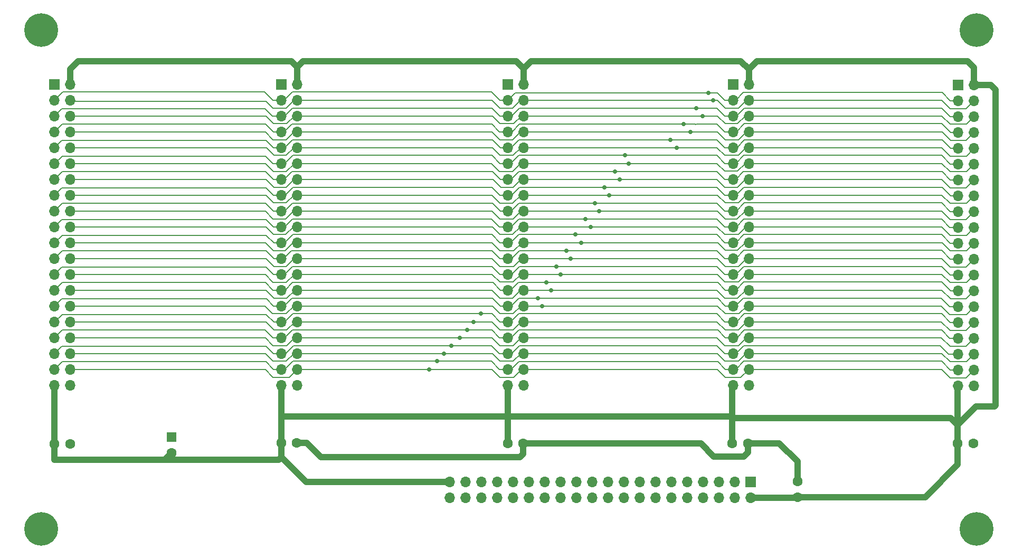
<source format=gbr>
%TF.GenerationSoftware,KiCad,Pcbnew,8.0.6*%
%TF.CreationDate,2024-12-15T12:43:40+01:00*%
%TF.ProjectId,busboard,62757362-6f61-4726-942e-6b696361645f,1.0*%
%TF.SameCoordinates,Original*%
%TF.FileFunction,Copper,L2,Bot*%
%TF.FilePolarity,Positive*%
%FSLAX46Y46*%
G04 Gerber Fmt 4.6, Leading zero omitted, Abs format (unit mm)*
G04 Created by KiCad (PCBNEW 8.0.6) date 2024-12-15 12:43:40*
%MOMM*%
%LPD*%
G01*
G04 APERTURE LIST*
%TA.AperFunction,ComponentPad*%
%ADD10C,3.100000*%
%TD*%
%TA.AperFunction,ConnectorPad*%
%ADD11C,5.400000*%
%TD*%
%TA.AperFunction,ComponentPad*%
%ADD12R,1.700000X1.700000*%
%TD*%
%TA.AperFunction,ComponentPad*%
%ADD13O,1.700000X1.700000*%
%TD*%
%TA.AperFunction,ComponentPad*%
%ADD14C,1.600000*%
%TD*%
%TA.AperFunction,ComponentPad*%
%ADD15R,1.600000X1.600000*%
%TD*%
%TA.AperFunction,ViaPad*%
%ADD16C,0.700000*%
%TD*%
%TA.AperFunction,Conductor*%
%ADD17C,1.000000*%
%TD*%
%TA.AperFunction,Conductor*%
%ADD18C,0.200000*%
%TD*%
G04 APERTURE END LIST*
D10*
%TO.P,hole1,1*%
%TO.N,N/C*%
X236800000Y-38000000D03*
D11*
X236800000Y-38000000D03*
%TD*%
D12*
%TO.P,J3,1,Pin_1*%
%TO.N,VDD*%
X161660000Y-46700000D03*
D13*
%TO.P,J3,2,Pin_2*%
%TO.N,GND*%
X164200000Y-46700000D03*
%TO.P,J3,3,Pin_3*%
%TO.N,/D0*%
X161660000Y-49240000D03*
%TO.P,J3,4,Pin_4*%
%TO.N,/D1*%
X164200000Y-49240000D03*
%TO.P,J3,5,Pin_5*%
%TO.N,/D2*%
X161660000Y-51780000D03*
%TO.P,J3,6,Pin_6*%
%TO.N,/D3*%
X164200000Y-51780000D03*
%TO.P,J3,7,Pin_7*%
%TO.N,/D4*%
X161660000Y-54320000D03*
%TO.P,J3,8,Pin_8*%
%TO.N,/D5*%
X164200000Y-54320000D03*
%TO.P,J3,9,Pin_9*%
%TO.N,/D6*%
X161660000Y-56860000D03*
%TO.P,J3,10,Pin_10*%
%TO.N,/D7*%
X164200000Y-56860000D03*
%TO.P,J3,11,Pin_11*%
%TO.N,/A0*%
X161660000Y-59400000D03*
%TO.P,J3,12,Pin_12*%
%TO.N,/A1*%
X164200000Y-59400000D03*
%TO.P,J3,13,Pin_13*%
%TO.N,/A2*%
X161660000Y-61940000D03*
%TO.P,J3,14,Pin_14*%
%TO.N,/A3*%
X164200000Y-61940000D03*
%TO.P,J3,15,Pin_15*%
%TO.N,/A4*%
X161660000Y-64480000D03*
%TO.P,J3,16,Pin_16*%
%TO.N,/A5*%
X164200000Y-64480000D03*
%TO.P,J3,17,Pin_17*%
%TO.N,/A6*%
X161660000Y-67020000D03*
%TO.P,J3,18,Pin_18*%
%TO.N,/A7*%
X164200000Y-67020000D03*
%TO.P,J3,19,Pin_19*%
%TO.N,/A8*%
X161660000Y-69560000D03*
%TO.P,J3,20,Pin_20*%
%TO.N,/A9*%
X164200000Y-69560000D03*
%TO.P,J3,21,Pin_21*%
%TO.N,/A10*%
X161660000Y-72100000D03*
%TO.P,J3,22,Pin_22*%
%TO.N,/A11*%
X164200000Y-72100000D03*
%TO.P,J3,23,Pin_23*%
%TO.N,/A12*%
X161660000Y-74640000D03*
%TO.P,J3,24,Pin_24*%
%TO.N,/A13*%
X164200000Y-74640000D03*
%TO.P,J3,25,Pin_25*%
%TO.N,/A14*%
X161660000Y-77180000D03*
%TO.P,J3,26,Pin_26*%
%TO.N,/A15*%
X164200000Y-77180000D03*
%TO.P,J3,27,Pin_27*%
%TO.N,CSIO1*%
X161660000Y-79720000D03*
%TO.P,J3,28,Pin_28*%
%TO.N,CSIO2*%
X164200000Y-79720000D03*
%TO.P,J3,29,Pin_29*%
%TO.N,CSIO3*%
X161660000Y-82260000D03*
%TO.P,J3,30,Pin_30*%
%TO.N,CSIO4*%
X164200000Y-82260000D03*
%TO.P,J3,31,Pin_31*%
%TO.N,~{IRQ}*%
X161660000Y-84800000D03*
%TO.P,J3,32,Pin_32*%
%TO.N,~{NMI}*%
X164200000Y-84800000D03*
%TO.P,J3,33,Pin_33*%
%TO.N,RESB*%
X161660000Y-87340000D03*
%TO.P,J3,34,Pin_34*%
%TO.N,RDY*%
X164200000Y-87340000D03*
%TO.P,J3,35,Pin_35*%
%TO.N,SYNC*%
X161660000Y-89880000D03*
%TO.P,J3,36,Pin_36*%
%TO.N,BE*%
X164200000Y-89880000D03*
%TO.P,J3,37,Pin_37*%
%TO.N,CSIO5*%
X161660000Y-92420000D03*
%TO.P,J3,38,Pin_38*%
%TO.N,CLK*%
X164200000Y-92420000D03*
%TO.P,J3,39,Pin_39*%
%TO.N,GND*%
X161660000Y-94960000D03*
%TO.P,J3,40,Pin_40*%
%TO.N,VDD*%
X164200000Y-94960000D03*
%TD*%
D12*
%TO.P,J1,1,Pin_1*%
%TO.N,VDD*%
X88900000Y-46760000D03*
D13*
%TO.P,J1,2,Pin_2*%
%TO.N,GND*%
X91440000Y-46760000D03*
%TO.P,J1,3,Pin_3*%
%TO.N,/D0*%
X88900000Y-49300000D03*
%TO.P,J1,4,Pin_4*%
%TO.N,/D1*%
X91440000Y-49300000D03*
%TO.P,J1,5,Pin_5*%
%TO.N,/D2*%
X88900000Y-51840000D03*
%TO.P,J1,6,Pin_6*%
%TO.N,/D3*%
X91440000Y-51840000D03*
%TO.P,J1,7,Pin_7*%
%TO.N,/D4*%
X88900000Y-54380000D03*
%TO.P,J1,8,Pin_8*%
%TO.N,/D5*%
X91440000Y-54380000D03*
%TO.P,J1,9,Pin_9*%
%TO.N,/D6*%
X88900000Y-56920000D03*
%TO.P,J1,10,Pin_10*%
%TO.N,/D7*%
X91440000Y-56920000D03*
%TO.P,J1,11,Pin_11*%
%TO.N,/A0*%
X88900000Y-59460000D03*
%TO.P,J1,12,Pin_12*%
%TO.N,/A1*%
X91440000Y-59460000D03*
%TO.P,J1,13,Pin_13*%
%TO.N,/A2*%
X88900000Y-62000000D03*
%TO.P,J1,14,Pin_14*%
%TO.N,/A3*%
X91440000Y-62000000D03*
%TO.P,J1,15,Pin_15*%
%TO.N,/A4*%
X88900000Y-64540000D03*
%TO.P,J1,16,Pin_16*%
%TO.N,/A5*%
X91440000Y-64540000D03*
%TO.P,J1,17,Pin_17*%
%TO.N,/A6*%
X88900000Y-67080000D03*
%TO.P,J1,18,Pin_18*%
%TO.N,/A7*%
X91440000Y-67080000D03*
%TO.P,J1,19,Pin_19*%
%TO.N,/A8*%
X88900000Y-69620000D03*
%TO.P,J1,20,Pin_20*%
%TO.N,/A9*%
X91440000Y-69620000D03*
%TO.P,J1,21,Pin_21*%
%TO.N,/A10*%
X88900000Y-72160000D03*
%TO.P,J1,22,Pin_22*%
%TO.N,/A11*%
X91440000Y-72160000D03*
%TO.P,J1,23,Pin_23*%
%TO.N,/A12*%
X88900000Y-74700000D03*
%TO.P,J1,24,Pin_24*%
%TO.N,/A13*%
X91440000Y-74700000D03*
%TO.P,J1,25,Pin_25*%
%TO.N,/A14*%
X88900000Y-77240000D03*
%TO.P,J1,26,Pin_26*%
%TO.N,/A15*%
X91440000Y-77240000D03*
%TO.P,J1,27,Pin_27*%
%TO.N,CSIO1*%
X88900000Y-79780000D03*
%TO.P,J1,28,Pin_28*%
%TO.N,CSIO2*%
X91440000Y-79780000D03*
%TO.P,J1,29,Pin_29*%
%TO.N,CSIO3*%
X88900000Y-82320000D03*
%TO.P,J1,30,Pin_30*%
%TO.N,CSIO4*%
X91440000Y-82320000D03*
%TO.P,J1,31,Pin_31*%
%TO.N,~{IRQ}*%
X88900000Y-84860000D03*
%TO.P,J1,32,Pin_32*%
%TO.N,~{NMI}*%
X91440000Y-84860000D03*
%TO.P,J1,33,Pin_33*%
%TO.N,RESB*%
X88900000Y-87400000D03*
%TO.P,J1,34,Pin_34*%
%TO.N,RDY*%
X91440000Y-87400000D03*
%TO.P,J1,35,Pin_35*%
%TO.N,SYNC*%
X88900000Y-89940000D03*
%TO.P,J1,36,Pin_36*%
%TO.N,BE*%
X91440000Y-89940000D03*
%TO.P,J1,37,Pin_37*%
%TO.N,CSIO5*%
X88900000Y-92480000D03*
%TO.P,J1,38,Pin_38*%
%TO.N,CLK*%
X91440000Y-92480000D03*
%TO.P,J1,39,Pin_39*%
%TO.N,GND*%
X88900000Y-95020000D03*
%TO.P,J1,40,Pin_40*%
%TO.N,VDD*%
X91440000Y-95020000D03*
%TD*%
D10*
%TO.P,hole1,1*%
%TO.N,N/C*%
X86800000Y-118000000D03*
D11*
X86800000Y-118000000D03*
%TD*%
D12*
%TO.P,J6,1,Pin_1*%
%TO.N,VDD*%
X200560000Y-110460000D03*
D13*
%TO.P,J6,2,Pin_2*%
%TO.N,GND*%
X200560000Y-113000000D03*
%TO.P,J6,3,Pin_3*%
%TO.N,/D0*%
X198020000Y-110460000D03*
%TO.P,J6,4,Pin_4*%
%TO.N,/D1*%
X198020000Y-113000000D03*
%TO.P,J6,5,Pin_5*%
%TO.N,/D2*%
X195480000Y-110460000D03*
%TO.P,J6,6,Pin_6*%
%TO.N,/D3*%
X195480000Y-113000000D03*
%TO.P,J6,7,Pin_7*%
%TO.N,/D4*%
X192940000Y-110460000D03*
%TO.P,J6,8,Pin_8*%
%TO.N,/D5*%
X192940000Y-113000000D03*
%TO.P,J6,9,Pin_9*%
%TO.N,/D6*%
X190400000Y-110460000D03*
%TO.P,J6,10,Pin_10*%
%TO.N,/D7*%
X190400000Y-113000000D03*
%TO.P,J6,11,Pin_11*%
%TO.N,/A0*%
X187860000Y-110460000D03*
%TO.P,J6,12,Pin_12*%
%TO.N,/A1*%
X187860000Y-113000000D03*
%TO.P,J6,13,Pin_13*%
%TO.N,/A2*%
X185320000Y-110460000D03*
%TO.P,J6,14,Pin_14*%
%TO.N,/A3*%
X185320000Y-113000000D03*
%TO.P,J6,15,Pin_15*%
%TO.N,/A4*%
X182780000Y-110460000D03*
%TO.P,J6,16,Pin_16*%
%TO.N,/A5*%
X182780000Y-113000000D03*
%TO.P,J6,17,Pin_17*%
%TO.N,/A6*%
X180240000Y-110460000D03*
%TO.P,J6,18,Pin_18*%
%TO.N,/A7*%
X180240000Y-113000000D03*
%TO.P,J6,19,Pin_19*%
%TO.N,/A8*%
X177700000Y-110460000D03*
%TO.P,J6,20,Pin_20*%
%TO.N,/A9*%
X177700000Y-113000000D03*
%TO.P,J6,21,Pin_21*%
%TO.N,/A10*%
X175160000Y-110460000D03*
%TO.P,J6,22,Pin_22*%
%TO.N,/A11*%
X175160000Y-113000000D03*
%TO.P,J6,23,Pin_23*%
%TO.N,/A12*%
X172620000Y-110460000D03*
%TO.P,J6,24,Pin_24*%
%TO.N,/A13*%
X172620000Y-113000000D03*
%TO.P,J6,25,Pin_25*%
%TO.N,/A14*%
X170080000Y-110460000D03*
%TO.P,J6,26,Pin_26*%
%TO.N,/A15*%
X170080000Y-113000000D03*
%TO.P,J6,27,Pin_27*%
%TO.N,CSIO1*%
X167540000Y-110460000D03*
%TO.P,J6,28,Pin_28*%
%TO.N,CSIO2*%
X167540000Y-113000000D03*
%TO.P,J6,29,Pin_29*%
%TO.N,CSIO3*%
X165000000Y-110460000D03*
%TO.P,J6,30,Pin_30*%
%TO.N,CSIO4*%
X165000000Y-113000000D03*
%TO.P,J6,31,Pin_31*%
%TO.N,~{IRQ}*%
X162460000Y-110460000D03*
%TO.P,J6,32,Pin_32*%
%TO.N,~{NMI}*%
X162460000Y-113000000D03*
%TO.P,J6,33,Pin_33*%
%TO.N,RESB*%
X159920000Y-110460000D03*
%TO.P,J6,34,Pin_34*%
%TO.N,RDY*%
X159920000Y-113000000D03*
%TO.P,J6,35,Pin_35*%
%TO.N,SYNC*%
X157380000Y-110460000D03*
%TO.P,J6,36,Pin_36*%
%TO.N,BE*%
X157380000Y-113000000D03*
%TO.P,J6,37,Pin_37*%
%TO.N,CSIO5*%
X154840000Y-110460000D03*
%TO.P,J6,38,Pin_38*%
%TO.N,CLK*%
X154840000Y-113000000D03*
%TO.P,J6,39,Pin_39*%
%TO.N,GND*%
X152300000Y-110460000D03*
%TO.P,J6,40,Pin_40*%
%TO.N,VDD*%
X152300000Y-113000000D03*
%TD*%
D10*
%TO.P,hole1,1*%
%TO.N,N/C*%
X86800000Y-38000000D03*
D11*
X86800000Y-38000000D03*
%TD*%
D14*
%TO.P,C6,1*%
%TO.N,VDD*%
X208100000Y-110400000D03*
%TO.P,C6,2*%
%TO.N,GND*%
X208100000Y-112900000D03*
%TD*%
%TO.P,C2,1*%
%TO.N,VDD*%
X91450000Y-104360000D03*
%TO.P,C2,2*%
%TO.N,GND*%
X88950000Y-104360000D03*
%TD*%
D12*
%TO.P,J5,1,Pin_1*%
%TO.N,VDD*%
X233900000Y-46780000D03*
D13*
%TO.P,J5,2,Pin_2*%
%TO.N,GND*%
X236440000Y-46780000D03*
%TO.P,J5,3,Pin_3*%
%TO.N,/D0*%
X233900000Y-49320000D03*
%TO.P,J5,4,Pin_4*%
%TO.N,/D1*%
X236440000Y-49320000D03*
%TO.P,J5,5,Pin_5*%
%TO.N,/D2*%
X233900000Y-51860000D03*
%TO.P,J5,6,Pin_6*%
%TO.N,/D3*%
X236440000Y-51860000D03*
%TO.P,J5,7,Pin_7*%
%TO.N,/D4*%
X233900000Y-54400000D03*
%TO.P,J5,8,Pin_8*%
%TO.N,/D5*%
X236440000Y-54400000D03*
%TO.P,J5,9,Pin_9*%
%TO.N,/D6*%
X233900000Y-56940000D03*
%TO.P,J5,10,Pin_10*%
%TO.N,/D7*%
X236440000Y-56940000D03*
%TO.P,J5,11,Pin_11*%
%TO.N,/A0*%
X233900000Y-59480000D03*
%TO.P,J5,12,Pin_12*%
%TO.N,/A1*%
X236440000Y-59480000D03*
%TO.P,J5,13,Pin_13*%
%TO.N,/A2*%
X233900000Y-62020000D03*
%TO.P,J5,14,Pin_14*%
%TO.N,/A3*%
X236440000Y-62020000D03*
%TO.P,J5,15,Pin_15*%
%TO.N,/A4*%
X233900000Y-64560000D03*
%TO.P,J5,16,Pin_16*%
%TO.N,/A5*%
X236440000Y-64560000D03*
%TO.P,J5,17,Pin_17*%
%TO.N,/A6*%
X233900000Y-67100000D03*
%TO.P,J5,18,Pin_18*%
%TO.N,/A7*%
X236440000Y-67100000D03*
%TO.P,J5,19,Pin_19*%
%TO.N,/A8*%
X233900000Y-69640000D03*
%TO.P,J5,20,Pin_20*%
%TO.N,/A9*%
X236440000Y-69640000D03*
%TO.P,J5,21,Pin_21*%
%TO.N,/A10*%
X233900000Y-72180000D03*
%TO.P,J5,22,Pin_22*%
%TO.N,/A11*%
X236440000Y-72180000D03*
%TO.P,J5,23,Pin_23*%
%TO.N,/A12*%
X233900000Y-74720000D03*
%TO.P,J5,24,Pin_24*%
%TO.N,/A13*%
X236440000Y-74720000D03*
%TO.P,J5,25,Pin_25*%
%TO.N,/A14*%
X233900000Y-77260000D03*
%TO.P,J5,26,Pin_26*%
%TO.N,/A15*%
X236440000Y-77260000D03*
%TO.P,J5,27,Pin_27*%
%TO.N,CSIO1*%
X233900000Y-79800000D03*
%TO.P,J5,28,Pin_28*%
%TO.N,CSIO2*%
X236440000Y-79800000D03*
%TO.P,J5,29,Pin_29*%
%TO.N,CSIO3*%
X233900000Y-82340000D03*
%TO.P,J5,30,Pin_30*%
%TO.N,CSIO4*%
X236440000Y-82340000D03*
%TO.P,J5,31,Pin_31*%
%TO.N,~{IRQ}*%
X233900000Y-84880000D03*
%TO.P,J5,32,Pin_32*%
%TO.N,~{NMI}*%
X236440000Y-84880000D03*
%TO.P,J5,33,Pin_33*%
%TO.N,RESB*%
X233900000Y-87420000D03*
%TO.P,J5,34,Pin_34*%
%TO.N,RDY*%
X236440000Y-87420000D03*
%TO.P,J5,35,Pin_35*%
%TO.N,SYNC*%
X233900000Y-89960000D03*
%TO.P,J5,36,Pin_36*%
%TO.N,BE*%
X236440000Y-89960000D03*
%TO.P,J5,37,Pin_37*%
%TO.N,CSIO5*%
X233900000Y-92500000D03*
%TO.P,J5,38,Pin_38*%
%TO.N,CLK*%
X236440000Y-92500000D03*
%TO.P,J5,39,Pin_39*%
%TO.N,GND*%
X233900000Y-95040000D03*
%TO.P,J5,40,Pin_40*%
%TO.N,VDD*%
X236440000Y-95040000D03*
%TD*%
D10*
%TO.P,hole1,1*%
%TO.N,N/C*%
X236800000Y-118000000D03*
D11*
X236800000Y-118000000D03*
%TD*%
D14*
%TO.P,C5,1*%
%TO.N,VDD*%
X200150000Y-104300000D03*
%TO.P,C5,2*%
%TO.N,GND*%
X197650000Y-104300000D03*
%TD*%
%TO.P,C7,1*%
%TO.N,VDD*%
X236300000Y-104300000D03*
%TO.P,C7,2*%
%TO.N,GND*%
X233800000Y-104300000D03*
%TD*%
D12*
%TO.P,J4,1,Pin_1*%
%TO.N,VDD*%
X197760000Y-46680000D03*
D13*
%TO.P,J4,2,Pin_2*%
%TO.N,GND*%
X200300000Y-46680000D03*
%TO.P,J4,3,Pin_3*%
%TO.N,/D0*%
X197760000Y-49220000D03*
%TO.P,J4,4,Pin_4*%
%TO.N,/D1*%
X200300000Y-49220000D03*
%TO.P,J4,5,Pin_5*%
%TO.N,/D2*%
X197760000Y-51760000D03*
%TO.P,J4,6,Pin_6*%
%TO.N,/D3*%
X200300000Y-51760000D03*
%TO.P,J4,7,Pin_7*%
%TO.N,/D4*%
X197760000Y-54300000D03*
%TO.P,J4,8,Pin_8*%
%TO.N,/D5*%
X200300000Y-54300000D03*
%TO.P,J4,9,Pin_9*%
%TO.N,/D6*%
X197760000Y-56840000D03*
%TO.P,J4,10,Pin_10*%
%TO.N,/D7*%
X200300000Y-56840000D03*
%TO.P,J4,11,Pin_11*%
%TO.N,/A0*%
X197760000Y-59380000D03*
%TO.P,J4,12,Pin_12*%
%TO.N,/A1*%
X200300000Y-59380000D03*
%TO.P,J4,13,Pin_13*%
%TO.N,/A2*%
X197760000Y-61920000D03*
%TO.P,J4,14,Pin_14*%
%TO.N,/A3*%
X200300000Y-61920000D03*
%TO.P,J4,15,Pin_15*%
%TO.N,/A4*%
X197760000Y-64460000D03*
%TO.P,J4,16,Pin_16*%
%TO.N,/A5*%
X200300000Y-64460000D03*
%TO.P,J4,17,Pin_17*%
%TO.N,/A6*%
X197760000Y-67000000D03*
%TO.P,J4,18,Pin_18*%
%TO.N,/A7*%
X200300000Y-67000000D03*
%TO.P,J4,19,Pin_19*%
%TO.N,/A8*%
X197760000Y-69540000D03*
%TO.P,J4,20,Pin_20*%
%TO.N,/A9*%
X200300000Y-69540000D03*
%TO.P,J4,21,Pin_21*%
%TO.N,/A10*%
X197760000Y-72080000D03*
%TO.P,J4,22,Pin_22*%
%TO.N,/A11*%
X200300000Y-72080000D03*
%TO.P,J4,23,Pin_23*%
%TO.N,/A12*%
X197760000Y-74620000D03*
%TO.P,J4,24,Pin_24*%
%TO.N,/A13*%
X200300000Y-74620000D03*
%TO.P,J4,25,Pin_25*%
%TO.N,/A14*%
X197760000Y-77160000D03*
%TO.P,J4,26,Pin_26*%
%TO.N,/A15*%
X200300000Y-77160000D03*
%TO.P,J4,27,Pin_27*%
%TO.N,CSIO1*%
X197760000Y-79700000D03*
%TO.P,J4,28,Pin_28*%
%TO.N,CSIO2*%
X200300000Y-79700000D03*
%TO.P,J4,29,Pin_29*%
%TO.N,CSIO3*%
X197760000Y-82240000D03*
%TO.P,J4,30,Pin_30*%
%TO.N,CSIO4*%
X200300000Y-82240000D03*
%TO.P,J4,31,Pin_31*%
%TO.N,~{IRQ}*%
X197760000Y-84780000D03*
%TO.P,J4,32,Pin_32*%
%TO.N,~{NMI}*%
X200300000Y-84780000D03*
%TO.P,J4,33,Pin_33*%
%TO.N,RESB*%
X197760000Y-87320000D03*
%TO.P,J4,34,Pin_34*%
%TO.N,RDY*%
X200300000Y-87320000D03*
%TO.P,J4,35,Pin_35*%
%TO.N,SYNC*%
X197760000Y-89860000D03*
%TO.P,J4,36,Pin_36*%
%TO.N,BE*%
X200300000Y-89860000D03*
%TO.P,J4,37,Pin_37*%
%TO.N,CSIO5*%
X197760000Y-92400000D03*
%TO.P,J4,38,Pin_38*%
%TO.N,CLK*%
X200300000Y-92400000D03*
%TO.P,J4,39,Pin_39*%
%TO.N,GND*%
X197760000Y-94940000D03*
%TO.P,J4,40,Pin_40*%
%TO.N,VDD*%
X200300000Y-94940000D03*
%TD*%
D14*
%TO.P,C3,1*%
%TO.N,VDD*%
X127800000Y-104200000D03*
%TO.P,C3,2*%
%TO.N,GND*%
X125300000Y-104200000D03*
%TD*%
D12*
%TO.P,J2,1,Pin_1*%
%TO.N,VDD*%
X125300000Y-46700000D03*
D13*
%TO.P,J2,2,Pin_2*%
%TO.N,GND*%
X127840000Y-46700000D03*
%TO.P,J2,3,Pin_3*%
%TO.N,/D0*%
X125300000Y-49240000D03*
%TO.P,J2,4,Pin_4*%
%TO.N,/D1*%
X127840000Y-49240000D03*
%TO.P,J2,5,Pin_5*%
%TO.N,/D2*%
X125300000Y-51780000D03*
%TO.P,J2,6,Pin_6*%
%TO.N,/D3*%
X127840000Y-51780000D03*
%TO.P,J2,7,Pin_7*%
%TO.N,/D4*%
X125300000Y-54320000D03*
%TO.P,J2,8,Pin_8*%
%TO.N,/D5*%
X127840000Y-54320000D03*
%TO.P,J2,9,Pin_9*%
%TO.N,/D6*%
X125300000Y-56860000D03*
%TO.P,J2,10,Pin_10*%
%TO.N,/D7*%
X127840000Y-56860000D03*
%TO.P,J2,11,Pin_11*%
%TO.N,/A0*%
X125300000Y-59400000D03*
%TO.P,J2,12,Pin_12*%
%TO.N,/A1*%
X127840000Y-59400000D03*
%TO.P,J2,13,Pin_13*%
%TO.N,/A2*%
X125300000Y-61940000D03*
%TO.P,J2,14,Pin_14*%
%TO.N,/A3*%
X127840000Y-61940000D03*
%TO.P,J2,15,Pin_15*%
%TO.N,/A4*%
X125300000Y-64480000D03*
%TO.P,J2,16,Pin_16*%
%TO.N,/A5*%
X127840000Y-64480000D03*
%TO.P,J2,17,Pin_17*%
%TO.N,/A6*%
X125300000Y-67020000D03*
%TO.P,J2,18,Pin_18*%
%TO.N,/A7*%
X127840000Y-67020000D03*
%TO.P,J2,19,Pin_19*%
%TO.N,/A8*%
X125300000Y-69560000D03*
%TO.P,J2,20,Pin_20*%
%TO.N,/A9*%
X127840000Y-69560000D03*
%TO.P,J2,21,Pin_21*%
%TO.N,/A10*%
X125300000Y-72100000D03*
%TO.P,J2,22,Pin_22*%
%TO.N,/A11*%
X127840000Y-72100000D03*
%TO.P,J2,23,Pin_23*%
%TO.N,/A12*%
X125300000Y-74640000D03*
%TO.P,J2,24,Pin_24*%
%TO.N,/A13*%
X127840000Y-74640000D03*
%TO.P,J2,25,Pin_25*%
%TO.N,/A14*%
X125300000Y-77180000D03*
%TO.P,J2,26,Pin_26*%
%TO.N,/A15*%
X127840000Y-77180000D03*
%TO.P,J2,27,Pin_27*%
%TO.N,CSIO1*%
X125300000Y-79720000D03*
%TO.P,J2,28,Pin_28*%
%TO.N,CSIO2*%
X127840000Y-79720000D03*
%TO.P,J2,29,Pin_29*%
%TO.N,CSIO3*%
X125300000Y-82260000D03*
%TO.P,J2,30,Pin_30*%
%TO.N,CSIO4*%
X127840000Y-82260000D03*
%TO.P,J2,31,Pin_31*%
%TO.N,~{IRQ}*%
X125300000Y-84800000D03*
%TO.P,J2,32,Pin_32*%
%TO.N,~{NMI}*%
X127840000Y-84800000D03*
%TO.P,J2,33,Pin_33*%
%TO.N,RESB*%
X125300000Y-87340000D03*
%TO.P,J2,34,Pin_34*%
%TO.N,RDY*%
X127840000Y-87340000D03*
%TO.P,J2,35,Pin_35*%
%TO.N,SYNC*%
X125300000Y-89880000D03*
%TO.P,J2,36,Pin_36*%
%TO.N,BE*%
X127840000Y-89880000D03*
%TO.P,J2,37,Pin_37*%
%TO.N,CSIO5*%
X125300000Y-92420000D03*
%TO.P,J2,38,Pin_38*%
%TO.N,CLK*%
X127840000Y-92420000D03*
%TO.P,J2,39,Pin_39*%
%TO.N,GND*%
X125300000Y-94960000D03*
%TO.P,J2,40,Pin_40*%
%TO.N,VDD*%
X127840000Y-94960000D03*
%TD*%
D15*
%TO.P,C1,1*%
%TO.N,VDD*%
X107700000Y-103300000D03*
D14*
%TO.P,C1,2*%
%TO.N,GND*%
X107700000Y-105800000D03*
%TD*%
%TO.P,C4,1*%
%TO.N,VDD*%
X164100000Y-104300000D03*
%TO.P,C4,2*%
%TO.N,GND*%
X161600000Y-104300000D03*
%TD*%
D16*
%TO.N,/A5*%
X177900000Y-64480000D03*
%TO.N,~{IRQ}*%
X157300000Y-83500000D03*
%TO.N,/A9*%
X174900000Y-69560000D03*
%TO.N,~{NMI}*%
X156100000Y-84800000D03*
%TO.N,CSIO4*%
X167150000Y-82260000D03*
%TO.N,/D4*%
X189800000Y-53100000D03*
%TO.N,/A7*%
X176300000Y-67020000D03*
%TO.N,/A4*%
X177100000Y-63200000D03*
%TO.N,/D5*%
X190900000Y-54320000D03*
%TO.N,/D6*%
X187700000Y-55600000D03*
%TO.N,/D3*%
X192900000Y-51780000D03*
%TO.N,/A3*%
X179600000Y-61940000D03*
%TO.N,RESB*%
X155100000Y-86100000D03*
%TO.N,/A11*%
X173400000Y-72100000D03*
%TO.N,/D1*%
X194600000Y-49240000D03*
%TO.N,/A12*%
X171000000Y-73400000D03*
%TO.N,/A2*%
X178800000Y-60700000D03*
%TO.N,/D0*%
X193800000Y-48090000D03*
%TO.N,RDY*%
X153900000Y-87340000D03*
%TO.N,/A8*%
X174100000Y-68300000D03*
%TO.N,/A10*%
X172500000Y-70800000D03*
%TO.N,/A1*%
X181050000Y-59400000D03*
%TO.N,/A13*%
X171700000Y-74640000D03*
%TO.N,/A15*%
X170100000Y-77180000D03*
%TO.N,CSIO2*%
X168600000Y-79720000D03*
%TO.N,BE*%
X151400000Y-89880000D03*
%TO.N,/A14*%
X169400000Y-75900000D03*
%TO.N,SYNC*%
X152600000Y-88600000D03*
%TO.N,CLK*%
X149000000Y-92420000D03*
%TO.N,CSIO1*%
X167800000Y-78500000D03*
%TO.N,/A6*%
X175600000Y-65800000D03*
%TO.N,CSIO5*%
X150300000Y-91100000D03*
%TO.N,/D2*%
X191900000Y-50500000D03*
%TO.N,/A0*%
X180400000Y-58100000D03*
%TO.N,/D7*%
X188700000Y-56860000D03*
%TO.N,CSIO3*%
X166500000Y-81000000D03*
%TD*%
D17*
%TO.N,VDD*%
X164100000Y-104300000D02*
X164100000Y-106000000D01*
X164100000Y-104300000D02*
X192600000Y-104300000D01*
X200150000Y-104300000D02*
X205200000Y-104300000D01*
X129400000Y-104200000D02*
X127800000Y-104200000D01*
X192600000Y-104300000D02*
X194700000Y-106400000D01*
X131700000Y-106500000D02*
X129400000Y-104200000D01*
X208100000Y-107200000D02*
X208100000Y-110400000D01*
X199500000Y-106400000D02*
X200150000Y-105750000D01*
X205200000Y-104300000D02*
X208100000Y-107200000D01*
X194700000Y-106400000D02*
X199500000Y-106400000D01*
X164100000Y-106000000D02*
X163600000Y-106500000D01*
X163600000Y-106500000D02*
X131700000Y-106500000D01*
X200150000Y-105750000D02*
X200150000Y-104300000D01*
%TO.N,GND*%
X128800000Y-43000000D02*
X163000000Y-43000000D01*
X197450000Y-100000000D02*
X197650000Y-100200000D01*
X200300000Y-44300000D02*
X200300000Y-46680000D01*
X200560000Y-113000000D02*
X208000000Y-113000000D01*
X127860000Y-43940000D02*
X128800000Y-43000000D01*
X161600000Y-95020000D02*
X161660000Y-94960000D01*
X88950000Y-95070000D02*
X88900000Y-95020000D01*
X197650000Y-100200000D02*
X232700000Y-100200000D01*
X235400000Y-43000000D02*
X236440000Y-44040000D01*
X197750000Y-94950000D02*
X197760000Y-94940000D01*
X106600000Y-106900000D02*
X107700000Y-105800000D01*
X124900000Y-106900000D02*
X125300000Y-106500000D01*
X197650000Y-100200000D02*
X197650000Y-95050000D01*
X197650000Y-104300000D02*
X197650000Y-100200000D01*
X165400000Y-43000000D02*
X199000000Y-43000000D01*
X91440000Y-46760000D02*
X91440000Y-44260000D01*
X239080000Y-46780000D02*
X239900000Y-47600000D01*
X88950000Y-104360000D02*
X88950000Y-95070000D01*
X161600000Y-100000000D02*
X125600000Y-100000000D01*
X164200000Y-44200000D02*
X164200000Y-46700000D01*
X92700000Y-43000000D02*
X126900000Y-43000000D01*
X208000000Y-113000000D02*
X208100000Y-112900000D01*
X152300000Y-110460000D02*
X129260000Y-110460000D01*
X228600000Y-112900000D02*
X208100000Y-112900000D01*
X233800000Y-107700000D02*
X228600000Y-112900000D01*
X88950000Y-106850000D02*
X88900000Y-106900000D01*
X164200000Y-44200000D02*
X165400000Y-43000000D01*
X233800000Y-95140000D02*
X233900000Y-95040000D01*
X127840000Y-43940000D02*
X127840000Y-46700000D01*
X129260000Y-110460000D02*
X125300000Y-106500000D01*
X125300000Y-106500000D02*
X125300000Y-104200000D01*
X239900000Y-98200000D02*
X239700000Y-98400000D01*
X236440000Y-44040000D02*
X236440000Y-46780000D01*
X161600000Y-100000000D02*
X161600000Y-95020000D01*
X239700000Y-98400000D02*
X236700000Y-98400000D01*
X91440000Y-44260000D02*
X92700000Y-43000000D01*
X125600000Y-100000000D02*
X125300000Y-100300000D01*
X236700000Y-98400000D02*
X233800000Y-101300000D01*
X125300000Y-104200000D02*
X125300000Y-100300000D01*
X201600000Y-43000000D02*
X235400000Y-43000000D01*
X163000000Y-43000000D02*
X164200000Y-44200000D01*
X125300000Y-100300000D02*
X125300000Y-94960000D01*
X197650000Y-95050000D02*
X197760000Y-94940000D01*
X233800000Y-104300000D02*
X233800000Y-101300000D01*
X88950000Y-104360000D02*
X88950000Y-106850000D01*
X88900000Y-106900000D02*
X106600000Y-106900000D01*
X125350000Y-95010000D02*
X125300000Y-94960000D01*
X161600000Y-104300000D02*
X161600000Y-100000000D01*
X126900000Y-43000000D02*
X127840000Y-43940000D01*
X239900000Y-47600000D02*
X239900000Y-98200000D01*
X232700000Y-100200000D02*
X233800000Y-101300000D01*
X199000000Y-43000000D02*
X200300000Y-44300000D01*
X233800000Y-101300000D02*
X233800000Y-95140000D01*
X127840000Y-43940000D02*
X127860000Y-43940000D01*
X233800000Y-104300000D02*
X233800000Y-107700000D01*
X161600000Y-100000000D02*
X197450000Y-100000000D01*
X236440000Y-46780000D02*
X239080000Y-46780000D01*
X233850000Y-95090000D02*
X233900000Y-95040000D01*
X200300000Y-44300000D02*
X201600000Y-43000000D01*
X106600000Y-106900000D02*
X124900000Y-106900000D01*
D18*
%TO.N,/A5*%
X159080000Y-64480000D02*
X160400000Y-65800000D01*
X196500000Y-65700000D02*
X198600000Y-65700000D01*
X122890000Y-64540000D02*
X124050000Y-65700000D01*
X235200000Y-65800000D02*
X236440000Y-64560000D01*
X127840000Y-64480000D02*
X159080000Y-64480000D01*
X199840000Y-64460000D02*
X200300000Y-64460000D01*
X162400000Y-65800000D02*
X163720000Y-64480000D01*
X127320000Y-64480000D02*
X127840000Y-64480000D01*
X124050000Y-65700000D02*
X126100000Y-65700000D01*
X231260000Y-64460000D02*
X232600000Y-65800000D01*
X198600000Y-65700000D02*
X199840000Y-64460000D01*
X160400000Y-65800000D02*
X162400000Y-65800000D01*
X200300000Y-64460000D02*
X231260000Y-64460000D01*
X195280000Y-64480000D02*
X196500000Y-65700000D01*
X177900000Y-64480000D02*
X195280000Y-64480000D01*
X91440000Y-64540000D02*
X122890000Y-64540000D01*
X232600000Y-65800000D02*
X235200000Y-65800000D01*
X164200000Y-64480000D02*
X177900000Y-64480000D01*
X163720000Y-64480000D02*
X164200000Y-64480000D01*
X126100000Y-65700000D02*
X127320000Y-64480000D01*
%TO.N,~{IRQ}*%
X125865686Y-84800000D02*
X125300000Y-84800000D01*
X195138960Y-83500000D02*
X196418960Y-84780000D01*
X196418960Y-84780000D02*
X197760000Y-84780000D01*
X197760000Y-84780000D02*
X198320000Y-84780000D01*
X90160000Y-83600000D02*
X122897919Y-83600000D01*
X122897919Y-83600000D02*
X124097919Y-84800000D01*
X88900000Y-84860000D02*
X90160000Y-83600000D01*
X124097919Y-84800000D02*
X125300000Y-84800000D01*
X231250000Y-83500000D02*
X232630000Y-84880000D01*
X157300000Y-83500000D02*
X127165686Y-83500000D01*
X163400000Y-83500000D02*
X195138960Y-83500000D01*
X161660000Y-84800000D02*
X160400000Y-84800000D01*
X160400000Y-84800000D02*
X159100000Y-83500000D01*
X161660000Y-84800000D02*
X162100000Y-84800000D01*
X199600000Y-83500000D02*
X231250000Y-83500000D01*
X159100000Y-83500000D02*
X157300000Y-83500000D01*
X198320000Y-84780000D02*
X199600000Y-83500000D01*
X232630000Y-84880000D02*
X233900000Y-84880000D01*
X127165686Y-83500000D02*
X125865686Y-84800000D01*
X162100000Y-84800000D02*
X163400000Y-83500000D01*
%TO.N,/A9*%
X159160000Y-69560000D02*
X160400000Y-70800000D01*
X160400000Y-70800000D02*
X162400000Y-70800000D01*
X198600000Y-70800000D02*
X199860000Y-69540000D01*
X200300000Y-69540000D02*
X231240000Y-69540000D01*
X196450000Y-70800000D02*
X198600000Y-70800000D01*
X124050000Y-70800000D02*
X126000000Y-70800000D01*
X195210000Y-69560000D02*
X196450000Y-70800000D01*
X163640000Y-69560000D02*
X164200000Y-69560000D01*
X231240000Y-69540000D02*
X232600000Y-70900000D01*
X232600000Y-70900000D02*
X235180000Y-70900000D01*
X127840000Y-69560000D02*
X159160000Y-69560000D01*
X174900000Y-69560000D02*
X195210000Y-69560000D01*
X126000000Y-70800000D02*
X127240000Y-69560000D01*
X235180000Y-70900000D02*
X236440000Y-69640000D01*
X122870000Y-69620000D02*
X124050000Y-70800000D01*
X162400000Y-70800000D02*
X163640000Y-69560000D01*
X91440000Y-69620000D02*
X122870000Y-69620000D01*
X199860000Y-69540000D02*
X200300000Y-69540000D01*
X127240000Y-69560000D02*
X127840000Y-69560000D01*
X164200000Y-69560000D02*
X174900000Y-69560000D01*
%TO.N,~{NMI}*%
X196500000Y-86100000D02*
X198600000Y-86100000D01*
X232600000Y-86200000D02*
X235120000Y-86200000D01*
X235120000Y-86200000D02*
X236440000Y-84880000D01*
X156100000Y-84800000D02*
X159100000Y-84800000D01*
X198600000Y-86100000D02*
X199920000Y-84780000D01*
X126200000Y-86100000D02*
X127500000Y-84800000D01*
X164200000Y-84800000D02*
X195200000Y-84800000D01*
X159100000Y-84800000D02*
X160400000Y-86100000D01*
X127500000Y-84800000D02*
X127840000Y-84800000D01*
X199920000Y-84780000D02*
X200300000Y-84780000D01*
X122860000Y-84860000D02*
X124100000Y-86100000D01*
X160400000Y-86100000D02*
X162500000Y-86100000D01*
X163800000Y-84800000D02*
X164200000Y-84800000D01*
X124100000Y-86100000D02*
X126200000Y-86100000D01*
X91440000Y-84860000D02*
X122860000Y-84860000D01*
X162500000Y-86100000D02*
X163800000Y-84800000D01*
X127840000Y-84800000D02*
X156100000Y-84800000D01*
X195200000Y-84800000D02*
X196500000Y-86100000D01*
X231180000Y-84780000D02*
X232600000Y-86200000D01*
X200300000Y-84780000D02*
X231180000Y-84780000D01*
%TO.N,CSIO4*%
X127840000Y-82260000D02*
X159160000Y-82260000D01*
X231140000Y-82240000D02*
X232500000Y-83600000D01*
X159160000Y-82260000D02*
X160400000Y-83500000D01*
X127340000Y-82260000D02*
X127840000Y-82260000D01*
X199960000Y-82240000D02*
X200300000Y-82240000D01*
X122720000Y-82320000D02*
X123900000Y-83500000D01*
X164200000Y-82260000D02*
X167150000Y-82260000D01*
X195260000Y-82260000D02*
X196500000Y-83500000D01*
X196500000Y-83500000D02*
X198700000Y-83500000D01*
X200300000Y-82240000D02*
X231140000Y-82240000D01*
X91440000Y-82320000D02*
X122720000Y-82320000D01*
X163740000Y-82260000D02*
X164200000Y-82260000D01*
X160400000Y-83500000D02*
X162500000Y-83500000D01*
X235180000Y-83600000D02*
X236440000Y-82340000D01*
X126100000Y-83500000D02*
X127340000Y-82260000D01*
X123900000Y-83500000D02*
X126100000Y-83500000D01*
X232500000Y-83600000D02*
X235180000Y-83600000D01*
X162500000Y-83500000D02*
X163740000Y-82260000D01*
X167150000Y-82260000D02*
X195260000Y-82260000D01*
X198700000Y-83500000D02*
X199960000Y-82240000D01*
%TO.N,/D4*%
X88900000Y-54380000D02*
X90180000Y-53100000D01*
X127000000Y-53100000D02*
X125780000Y-54320000D01*
X163500000Y-53100000D02*
X162280000Y-54320000D01*
X231248960Y-53000000D02*
X232648960Y-54400000D01*
X196400000Y-54300000D02*
X197760000Y-54300000D01*
X189800000Y-53100000D02*
X163500000Y-53100000D01*
X191750000Y-53100000D02*
X189800000Y-53100000D01*
X90180000Y-53100000D02*
X122800000Y-53100000D01*
X191800000Y-53150000D02*
X191750000Y-53100000D01*
X161660000Y-54320000D02*
X160320000Y-54320000D01*
X124020000Y-54320000D02*
X125300000Y-54320000D01*
X232648960Y-54400000D02*
X233900000Y-54400000D01*
X191850000Y-53100000D02*
X195200000Y-53100000D01*
X125780000Y-54320000D02*
X125300000Y-54320000D01*
X199600000Y-53000000D02*
X231248960Y-53000000D01*
X159100000Y-53100000D02*
X127000000Y-53100000D01*
X197760000Y-54300000D02*
X198300000Y-54300000D01*
X162280000Y-54320000D02*
X161660000Y-54320000D01*
X195200000Y-53100000D02*
X196400000Y-54300000D01*
X160320000Y-54320000D02*
X159100000Y-53100000D01*
X122800000Y-53100000D02*
X124020000Y-54320000D01*
X198300000Y-54300000D02*
X199600000Y-53000000D01*
X191800000Y-53150000D02*
X191850000Y-53100000D01*
%TO.N,/A7*%
X196500000Y-68300000D02*
X198400000Y-68300000D01*
X198400000Y-68300000D02*
X199700000Y-67000000D01*
X159120000Y-67020000D02*
X160400000Y-68300000D01*
X127280000Y-67020000D02*
X127840000Y-67020000D01*
X176300000Y-67020000D02*
X195220000Y-67020000D01*
X163780000Y-67020000D02*
X164200000Y-67020000D01*
X162500000Y-68300000D02*
X163780000Y-67020000D01*
X126000000Y-68300000D02*
X127280000Y-67020000D01*
X91440000Y-67080000D02*
X122780000Y-67080000D01*
X124000000Y-68300000D02*
X126000000Y-68300000D01*
X195220000Y-67020000D02*
X196500000Y-68300000D01*
X232600000Y-68400000D02*
X235140000Y-68400000D01*
X235140000Y-68400000D02*
X236440000Y-67100000D01*
X199700000Y-67000000D02*
X200300000Y-67000000D01*
X122780000Y-67080000D02*
X124000000Y-68300000D01*
X127840000Y-67020000D02*
X159120000Y-67020000D01*
X164200000Y-67020000D02*
X176300000Y-67020000D01*
X200300000Y-67000000D02*
X231200000Y-67000000D01*
X231200000Y-67000000D02*
X232600000Y-68400000D01*
X160400000Y-68300000D02*
X162500000Y-68300000D01*
%TO.N,/A4*%
X177100000Y-63200000D02*
X195200000Y-63200000D01*
X90140000Y-63300000D02*
X122900000Y-63300000D01*
X160380000Y-64480000D02*
X159100000Y-63200000D01*
X127200000Y-63200000D02*
X125920000Y-64480000D01*
X125920000Y-64480000D02*
X125300000Y-64480000D01*
X198240000Y-64460000D02*
X199500000Y-63200000D01*
X195200000Y-63200000D02*
X196460000Y-64460000D01*
X232660000Y-64560000D02*
X233900000Y-64560000D01*
X124080000Y-64480000D02*
X125300000Y-64480000D01*
X199500000Y-63200000D02*
X231300000Y-63200000D01*
X231300000Y-63200000D02*
X232660000Y-64560000D01*
X162220000Y-64480000D02*
X163500000Y-63200000D01*
X161660000Y-64480000D02*
X162220000Y-64480000D01*
X159100000Y-63200000D02*
X127200000Y-63200000D01*
X163500000Y-63200000D02*
X177100000Y-63200000D01*
X122900000Y-63300000D02*
X124080000Y-64480000D01*
X161660000Y-64480000D02*
X160380000Y-64480000D01*
X88900000Y-64540000D02*
X90140000Y-63300000D01*
X196460000Y-64460000D02*
X197760000Y-64460000D01*
X197760000Y-64460000D02*
X198240000Y-64460000D01*
%TO.N,/D5*%
X198600000Y-55600000D02*
X199900000Y-54300000D01*
X164200000Y-54320000D02*
X190900000Y-54320000D01*
X91440000Y-54380000D02*
X122780000Y-54380000D01*
X196500000Y-55600000D02*
X198600000Y-55600000D01*
X124000000Y-55600000D02*
X126100000Y-55600000D01*
X159120000Y-54320000D02*
X160400000Y-55600000D01*
X160400000Y-55600000D02*
X162400000Y-55600000D01*
X127380000Y-54320000D02*
X127840000Y-54320000D01*
X163680000Y-54320000D02*
X164200000Y-54320000D01*
X126100000Y-55600000D02*
X127380000Y-54320000D01*
X127840000Y-54320000D02*
X159120000Y-54320000D01*
X122780000Y-54380000D02*
X124000000Y-55600000D01*
X162400000Y-55600000D02*
X163680000Y-54320000D01*
X199900000Y-54300000D02*
X200300000Y-54300000D01*
X200300000Y-54300000D02*
X231300000Y-54300000D01*
X235140000Y-55700000D02*
X236440000Y-54400000D01*
X232700000Y-55700000D02*
X235140000Y-55700000D01*
X190900000Y-54320000D02*
X195220000Y-54320000D01*
X231300000Y-54300000D02*
X232700000Y-55700000D01*
X195220000Y-54320000D02*
X196500000Y-55600000D01*
%TO.N,/D6*%
X88900000Y-56920000D02*
X90120000Y-55700000D01*
X187700000Y-55600000D02*
X190400000Y-55600000D01*
X127062843Y-55600000D02*
X125802843Y-56860000D01*
X124060000Y-56860000D02*
X125300000Y-56860000D01*
X90120000Y-55700000D02*
X122900000Y-55700000D01*
X195200000Y-55600000D02*
X196440000Y-56840000D01*
X161660000Y-56860000D02*
X160457919Y-56860000D01*
X163400000Y-55600000D02*
X187700000Y-55600000D01*
X199600000Y-55600000D02*
X231357919Y-55600000D01*
X162140000Y-56860000D02*
X163400000Y-55600000D01*
X232697919Y-56940000D02*
X233900000Y-56940000D01*
X197760000Y-56840000D02*
X198360000Y-56840000D01*
X122900000Y-55700000D02*
X124060000Y-56860000D01*
X190400000Y-55600000D02*
X195200000Y-55600000D01*
X159197919Y-55600000D02*
X127062843Y-55600000D01*
X125802843Y-56860000D02*
X125300000Y-56860000D01*
X160457919Y-56860000D02*
X159197919Y-55600000D01*
X161660000Y-56860000D02*
X162140000Y-56860000D01*
X231357919Y-55600000D02*
X232697919Y-56940000D01*
X198360000Y-56840000D02*
X199600000Y-55600000D01*
X196440000Y-56840000D02*
X197760000Y-56840000D01*
%TO.N,/D3*%
X163820000Y-51780000D02*
X164200000Y-51780000D01*
X196500000Y-53000000D02*
X198500000Y-53000000D01*
X124050000Y-53000000D02*
X126200000Y-53000000D01*
X195280000Y-51780000D02*
X196500000Y-53000000D01*
X126200000Y-53000000D02*
X127420000Y-51780000D01*
X199740000Y-51760000D02*
X200300000Y-51760000D01*
X127420000Y-51780000D02*
X127840000Y-51780000D01*
X232600000Y-53100000D02*
X235200000Y-53100000D01*
X164200000Y-51780000D02*
X192900000Y-51780000D01*
X127840000Y-51780000D02*
X159180000Y-51780000D01*
X122890000Y-51840000D02*
X124050000Y-53000000D01*
X198500000Y-53000000D02*
X199740000Y-51760000D01*
X162600000Y-53000000D02*
X163820000Y-51780000D01*
X231260000Y-51760000D02*
X232600000Y-53100000D01*
X91440000Y-51840000D02*
X122890000Y-51840000D01*
X235200000Y-53100000D02*
X236440000Y-51860000D01*
X159180000Y-51780000D02*
X160400000Y-53000000D01*
X160400000Y-53000000D02*
X162600000Y-53000000D01*
X192900000Y-51780000D02*
X195280000Y-51780000D01*
X200300000Y-51760000D02*
X231260000Y-51760000D01*
%TO.N,/A3*%
X198500000Y-63200000D02*
X199780000Y-61920000D01*
X199780000Y-61920000D02*
X200300000Y-61920000D01*
X159240000Y-61940000D02*
X160500000Y-63200000D01*
X164200000Y-61940000D02*
X179600000Y-61940000D01*
X196450000Y-63200000D02*
X198500000Y-63200000D01*
X122900000Y-62000000D02*
X124100000Y-63200000D01*
X126100000Y-63200000D02*
X127360000Y-61940000D01*
X231220000Y-61920000D02*
X232600000Y-63300000D01*
X127840000Y-61940000D02*
X159240000Y-61940000D01*
X160500000Y-63200000D02*
X162500000Y-63200000D01*
X232600000Y-63300000D02*
X235160000Y-63300000D01*
X235160000Y-63300000D02*
X236440000Y-62020000D01*
X91440000Y-62000000D02*
X122900000Y-62000000D01*
X179600000Y-61940000D02*
X195190000Y-61940000D01*
X124100000Y-63200000D02*
X126100000Y-63200000D01*
X162500000Y-63200000D02*
X163760000Y-61940000D01*
X127360000Y-61940000D02*
X127840000Y-61940000D01*
X163760000Y-61940000D02*
X164200000Y-61940000D01*
X200300000Y-61920000D02*
X231220000Y-61920000D01*
X195190000Y-61940000D02*
X196450000Y-63200000D01*
%TO.N,RESB*%
X198380000Y-87320000D02*
X199600000Y-86100000D01*
X231200000Y-86100000D02*
X232520000Y-87420000D01*
X195300000Y-86100000D02*
X196520000Y-87320000D01*
X163400000Y-86100000D02*
X195300000Y-86100000D01*
X122732843Y-86100000D02*
X123972843Y-87340000D01*
X88900000Y-87400000D02*
X90200000Y-86100000D01*
X127100000Y-86100000D02*
X125860000Y-87340000D01*
X196520000Y-87320000D02*
X197760000Y-87320000D01*
X162160000Y-87340000D02*
X163400000Y-86100000D01*
X161660000Y-87340000D02*
X160298960Y-87340000D01*
X123972843Y-87340000D02*
X125300000Y-87340000D01*
X125860000Y-87340000D02*
X125300000Y-87340000D01*
X159058960Y-86100000D02*
X155100000Y-86100000D01*
X160298960Y-87340000D02*
X159058960Y-86100000D01*
X161660000Y-87340000D02*
X162160000Y-87340000D01*
X155100000Y-86100000D02*
X127100000Y-86100000D01*
X90200000Y-86100000D02*
X122732843Y-86100000D01*
X197760000Y-87320000D02*
X198380000Y-87320000D01*
X199600000Y-86100000D02*
X231200000Y-86100000D01*
X232520000Y-87420000D02*
X233900000Y-87420000D01*
%TO.N,/A11*%
X124050000Y-73400000D02*
X125900000Y-73400000D01*
X163900000Y-72100000D02*
X164200000Y-72100000D01*
X232600000Y-73400000D02*
X235220000Y-73400000D01*
X162600000Y-73400000D02*
X163900000Y-72100000D01*
X159100000Y-72100000D02*
X160400000Y-73400000D01*
X127840000Y-72100000D02*
X159100000Y-72100000D01*
X173400000Y-72100000D02*
X195300000Y-72100000D01*
X164200000Y-72100000D02*
X173400000Y-72100000D01*
X195300000Y-72100000D02*
X196500000Y-73300000D01*
X199720000Y-72080000D02*
X200300000Y-72080000D01*
X231280000Y-72080000D02*
X232600000Y-73400000D01*
X91440000Y-72160000D02*
X122810000Y-72160000D01*
X196500000Y-73300000D02*
X198500000Y-73300000D01*
X198500000Y-73300000D02*
X199720000Y-72080000D01*
X122810000Y-72160000D02*
X124050000Y-73400000D01*
X127200000Y-72100000D02*
X127840000Y-72100000D01*
X125900000Y-73400000D02*
X127200000Y-72100000D01*
X160400000Y-73400000D02*
X162600000Y-73400000D01*
X200300000Y-72080000D02*
X231280000Y-72080000D01*
X235220000Y-73400000D02*
X236440000Y-72180000D01*
%TO.N,/D1*%
X199880000Y-49220000D02*
X200300000Y-49220000D01*
X160350000Y-50500000D02*
X162400000Y-50500000D01*
X163660000Y-49240000D02*
X164200000Y-49240000D01*
X231220000Y-49220000D02*
X232600000Y-50600000D01*
X127840000Y-49240000D02*
X159090000Y-49240000D01*
X200300000Y-49220000D02*
X231220000Y-49220000D01*
X91540000Y-49400000D02*
X122900000Y-49400000D01*
X235160000Y-50600000D02*
X236440000Y-49320000D01*
X196500000Y-50500000D02*
X198600000Y-50500000D01*
X164200000Y-49240000D02*
X195240000Y-49240000D01*
X198600000Y-50500000D02*
X199880000Y-49220000D01*
X195240000Y-49240000D02*
X196500000Y-50500000D01*
X122900000Y-49400000D02*
X124000000Y-50500000D01*
X162400000Y-50500000D02*
X163660000Y-49240000D01*
X232600000Y-50600000D02*
X235160000Y-50600000D01*
X91440000Y-49300000D02*
X91540000Y-49400000D01*
X159090000Y-49240000D02*
X160350000Y-50500000D01*
X124000000Y-50500000D02*
X126100000Y-50500000D01*
X126100000Y-50500000D02*
X127360000Y-49240000D01*
X127360000Y-49240000D02*
X127840000Y-49240000D01*
%TO.N,/A12*%
X232620000Y-74720000D02*
X233900000Y-74720000D01*
X197760000Y-74620000D02*
X198180000Y-74620000D01*
X88900000Y-74700000D02*
X90200000Y-73400000D01*
X161660000Y-74640000D02*
X160340000Y-74640000D01*
X171000000Y-73400000D02*
X195200000Y-73400000D01*
X231200000Y-73300000D02*
X232620000Y-74720000D01*
X198180000Y-74620000D02*
X199500000Y-73300000D01*
X159100000Y-73400000D02*
X126900000Y-73400000D01*
X90200000Y-73400000D02*
X122892157Y-73400000D01*
X196420000Y-74620000D02*
X197760000Y-74620000D01*
X163500000Y-73400000D02*
X162260000Y-74640000D01*
X126900000Y-73400000D02*
X125660000Y-74640000D01*
X162260000Y-74640000D02*
X161660000Y-74640000D01*
X195200000Y-73400000D02*
X196420000Y-74620000D01*
X124132157Y-74640000D02*
X125300000Y-74640000D01*
X199500000Y-73300000D02*
X231200000Y-73300000D01*
X160340000Y-74640000D02*
X159100000Y-73400000D01*
X122892157Y-73400000D02*
X124132157Y-74640000D01*
X171000000Y-73400000D02*
X163500000Y-73400000D01*
X125660000Y-74640000D02*
X125300000Y-74640000D01*
%TO.N,/A2*%
X199400000Y-60700000D02*
X231300000Y-60700000D01*
X88900000Y-62000000D02*
X90200000Y-60700000D01*
X122800000Y-60700000D02*
X124040000Y-61940000D01*
X161660000Y-61940000D02*
X160457919Y-61940000D01*
X90200000Y-60700000D02*
X122800000Y-60700000D01*
X196420000Y-61920000D02*
X197760000Y-61920000D01*
X159217919Y-60700000D02*
X127000000Y-60700000D01*
X124040000Y-61940000D02*
X125300000Y-61940000D01*
X178800000Y-60700000D02*
X163400000Y-60700000D01*
X231300000Y-60700000D02*
X232620000Y-62020000D01*
X178800000Y-60700000D02*
X195200000Y-60700000D01*
X198180000Y-61920000D02*
X199400000Y-60700000D01*
X197760000Y-61920000D02*
X198180000Y-61920000D01*
X195200000Y-60700000D02*
X196420000Y-61920000D01*
X160457919Y-61940000D02*
X159217919Y-60700000D01*
X163400000Y-60700000D02*
X162160000Y-61940000D01*
X232620000Y-62020000D02*
X233900000Y-62020000D01*
X162160000Y-61940000D02*
X161660000Y-61940000D01*
X127000000Y-60700000D02*
X125760000Y-61940000D01*
X125760000Y-61940000D02*
X125300000Y-61940000D01*
%TO.N,/D0*%
X194600000Y-48090000D02*
X195290000Y-48090000D01*
X88900000Y-49300000D02*
X90290000Y-47910000D01*
X198180000Y-49220000D02*
X199400000Y-48000000D01*
X125760000Y-49240000D02*
X125300000Y-49240000D01*
X162810000Y-48090000D02*
X161660000Y-49240000D01*
X90290000Y-47910000D02*
X122610000Y-47910000D01*
X196420000Y-49220000D02*
X197760000Y-49220000D01*
X194600000Y-48090000D02*
X193800000Y-48090000D01*
X127100000Y-47900000D02*
X125760000Y-49240000D01*
X161660000Y-49240000D02*
X160340000Y-49240000D01*
X159000000Y-47900000D02*
X127100000Y-47900000D01*
X197760000Y-49220000D02*
X198180000Y-49220000D01*
X199400000Y-48000000D02*
X231300000Y-48000000D01*
X232620000Y-49320000D02*
X233900000Y-49320000D01*
X160340000Y-49240000D02*
X159000000Y-47900000D01*
X123940000Y-49240000D02*
X125300000Y-49240000D01*
X195290000Y-48090000D02*
X196420000Y-49220000D01*
X122610000Y-47910000D02*
X123940000Y-49240000D01*
X231300000Y-48000000D02*
X232620000Y-49320000D01*
X193800000Y-48090000D02*
X162810000Y-48090000D01*
%TO.N,RDY*%
X160400000Y-88600000D02*
X162500000Y-88600000D01*
X162500000Y-88600000D02*
X163760000Y-87340000D01*
X231170000Y-87320000D02*
X232550000Y-88700000D01*
X163760000Y-87340000D02*
X164200000Y-87340000D01*
X198600000Y-88600000D02*
X199880000Y-87320000D01*
X122800000Y-87400000D02*
X124000000Y-88600000D01*
X127840000Y-87340000D02*
X159140000Y-87340000D01*
X124000000Y-88600000D02*
X126200000Y-88600000D01*
X126200000Y-88600000D02*
X127460000Y-87340000D01*
X235160000Y-88700000D02*
X236440000Y-87420000D01*
X127460000Y-87340000D02*
X127840000Y-87340000D01*
X232550000Y-88700000D02*
X235160000Y-88700000D01*
X200300000Y-87320000D02*
X231170000Y-87320000D01*
X196400000Y-88600000D02*
X198600000Y-88600000D01*
X159140000Y-87340000D02*
X160400000Y-88600000D01*
X199880000Y-87320000D02*
X200300000Y-87320000D01*
X164200000Y-87340000D02*
X195140000Y-87340000D01*
X195140000Y-87340000D02*
X196400000Y-88600000D01*
X91440000Y-87400000D02*
X122800000Y-87400000D01*
%TO.N,/A8*%
X161660000Y-69560000D02*
X160308960Y-69560000D01*
X124060000Y-69560000D02*
X125300000Y-69560000D01*
X90120000Y-68400000D02*
X122900000Y-68400000D01*
X232540000Y-69640000D02*
X233900000Y-69640000D01*
X196440000Y-69540000D02*
X197760000Y-69540000D01*
X161660000Y-69560000D02*
X162140000Y-69560000D01*
X198260000Y-69540000D02*
X199500000Y-68300000D01*
X125865686Y-69560000D02*
X125300000Y-69560000D01*
X127125686Y-68300000D02*
X125865686Y-69560000D01*
X88900000Y-69620000D02*
X90120000Y-68400000D01*
X231200000Y-68300000D02*
X232540000Y-69640000D01*
X195200000Y-68300000D02*
X196440000Y-69540000D01*
X162140000Y-69560000D02*
X163400000Y-68300000D01*
X197760000Y-69540000D02*
X198260000Y-69540000D01*
X160308960Y-69560000D02*
X159048960Y-68300000D01*
X199500000Y-68300000D02*
X231200000Y-68300000D01*
X159048960Y-68300000D02*
X127125686Y-68300000D01*
X174100000Y-68300000D02*
X195200000Y-68300000D01*
X163400000Y-68300000D02*
X174100000Y-68300000D01*
X122900000Y-68400000D02*
X124060000Y-69560000D01*
%TO.N,/A10*%
X125865686Y-72100000D02*
X125300000Y-72100000D01*
X163400000Y-70800000D02*
X172500000Y-70800000D01*
X195200000Y-70800000D02*
X196480000Y-72080000D01*
X161660000Y-72100000D02*
X160400000Y-72100000D01*
X159100000Y-70800000D02*
X127165686Y-70800000D01*
X232630000Y-72180000D02*
X233900000Y-72180000D01*
X161660000Y-72100000D02*
X162100000Y-72100000D01*
X196480000Y-72080000D02*
X197760000Y-72080000D01*
X90160000Y-70900000D02*
X122892157Y-70900000D01*
X160400000Y-72100000D02*
X159100000Y-70800000D01*
X231250000Y-70800000D02*
X232630000Y-72180000D01*
X88900000Y-72160000D02*
X90160000Y-70900000D01*
X198220000Y-72080000D02*
X199500000Y-70800000D01*
X127165686Y-70800000D02*
X125865686Y-72100000D01*
X122892157Y-70900000D02*
X124092157Y-72100000D01*
X197760000Y-72080000D02*
X198220000Y-72080000D01*
X162100000Y-72100000D02*
X163400000Y-70800000D01*
X172500000Y-70800000D02*
X195200000Y-70800000D01*
X124092157Y-72100000D02*
X125300000Y-72100000D01*
X199500000Y-70800000D02*
X231250000Y-70800000D01*
%TO.N,/A1*%
X164200000Y-59400000D02*
X187700000Y-59400000D01*
X187700000Y-59400000D02*
X195200000Y-59400000D01*
X200300000Y-59380000D02*
X231230000Y-59380000D01*
X231230000Y-59380000D02*
X232550000Y-60700000D01*
X91440000Y-59460000D02*
X122810000Y-59460000D01*
X124050000Y-60700000D02*
X126100000Y-60700000D01*
X126100000Y-60700000D02*
X127400000Y-59400000D01*
X160300000Y-60700000D02*
X162400000Y-60700000D01*
X163700000Y-59400000D02*
X164200000Y-59400000D01*
X159000000Y-59400000D02*
X160300000Y-60700000D01*
X199720000Y-59380000D02*
X200300000Y-59380000D01*
X195200000Y-59400000D02*
X196400000Y-60600000D01*
X127400000Y-59400000D02*
X127840000Y-59400000D01*
X198500000Y-60600000D02*
X199720000Y-59380000D01*
X232550000Y-60700000D02*
X235220000Y-60700000D01*
X127840000Y-59400000D02*
X159000000Y-59400000D01*
X196400000Y-60600000D02*
X198500000Y-60600000D01*
X162400000Y-60700000D02*
X163700000Y-59400000D01*
X122810000Y-59460000D02*
X124050000Y-60700000D01*
X235220000Y-60700000D02*
X236440000Y-59480000D01*
%TO.N,/A13*%
X124100000Y-75900000D02*
X126100000Y-75900000D01*
X199880000Y-74620000D02*
X200300000Y-74620000D01*
X195240000Y-74640000D02*
X196500000Y-75900000D01*
X196500000Y-75900000D02*
X198600000Y-75900000D01*
X159140000Y-74640000D02*
X160400000Y-75900000D01*
X122900000Y-74700000D02*
X124100000Y-75900000D01*
X127360000Y-74640000D02*
X127840000Y-74640000D01*
X126100000Y-75900000D02*
X127360000Y-74640000D01*
X200300000Y-74620000D02*
X231220000Y-74620000D01*
X127840000Y-74640000D02*
X159140000Y-74640000D01*
X160400000Y-75900000D02*
X162600000Y-75900000D01*
X198600000Y-75900000D02*
X199880000Y-74620000D01*
X231220000Y-74620000D02*
X232600000Y-76000000D01*
X163860000Y-74640000D02*
X164200000Y-74640000D01*
X162600000Y-75900000D02*
X163860000Y-74640000D01*
X91440000Y-74700000D02*
X122900000Y-74700000D01*
X232600000Y-76000000D02*
X235160000Y-76000000D01*
X235160000Y-76000000D02*
X236440000Y-74720000D01*
X164200000Y-74640000D02*
X195240000Y-74640000D01*
%TO.N,/A15*%
X195230000Y-77180000D02*
X196450000Y-78400000D01*
X127840000Y-77180000D02*
X159130000Y-77180000D01*
X127420000Y-77180000D02*
X127840000Y-77180000D01*
X122740000Y-77240000D02*
X124000000Y-78500000D01*
X231260000Y-77160000D02*
X232600000Y-78500000D01*
X159130000Y-77180000D02*
X160350000Y-78400000D01*
X91440000Y-77240000D02*
X122740000Y-77240000D01*
X235200000Y-78500000D02*
X236440000Y-77260000D01*
X163720000Y-77180000D02*
X164200000Y-77180000D01*
X198600000Y-78400000D02*
X199840000Y-77160000D01*
X162500000Y-78400000D02*
X163720000Y-77180000D01*
X126100000Y-78500000D02*
X127420000Y-77180000D01*
X232600000Y-78500000D02*
X235200000Y-78500000D01*
X199840000Y-77160000D02*
X200300000Y-77160000D01*
X200300000Y-77160000D02*
X231260000Y-77160000D01*
X124000000Y-78500000D02*
X126100000Y-78500000D01*
X160350000Y-78400000D02*
X162500000Y-78400000D01*
X164200000Y-77180000D02*
X195230000Y-77180000D01*
X196450000Y-78400000D02*
X198600000Y-78400000D01*
%TO.N,CSIO2*%
X200300000Y-79700000D02*
X231250000Y-79700000D01*
X232650000Y-81100000D02*
X235140000Y-81100000D01*
X198500000Y-81000000D02*
X199800000Y-79700000D01*
X162400000Y-81000000D02*
X163680000Y-79720000D01*
X127840000Y-79720000D02*
X159120000Y-79720000D01*
X235140000Y-81100000D02*
X236440000Y-79800000D01*
X126200000Y-81000000D02*
X127480000Y-79720000D01*
X195170000Y-79720000D02*
X196450000Y-81000000D01*
X124100000Y-81000000D02*
X126200000Y-81000000D01*
X122880000Y-79780000D02*
X124100000Y-81000000D01*
X199800000Y-79700000D02*
X200300000Y-79700000D01*
X164200000Y-79720000D02*
X195170000Y-79720000D01*
X91440000Y-79780000D02*
X122880000Y-79780000D01*
X163680000Y-79720000D02*
X164200000Y-79720000D01*
X127480000Y-79720000D02*
X127840000Y-79720000D01*
X231250000Y-79700000D02*
X232650000Y-81100000D01*
X196450000Y-81000000D02*
X198500000Y-81000000D01*
X159120000Y-79720000D02*
X160400000Y-81000000D01*
X160400000Y-81000000D02*
X162400000Y-81000000D01*
%TO.N,BE*%
X127840000Y-89880000D02*
X159180000Y-89880000D01*
X162500000Y-91100000D02*
X163720000Y-89880000D01*
X159180000Y-89880000D02*
X160400000Y-91100000D01*
X164200000Y-89880000D02*
X195230000Y-89880000D01*
X122765000Y-89940000D02*
X123925000Y-91100000D01*
X160400000Y-91100000D02*
X162500000Y-91100000D01*
X198600000Y-91100000D02*
X199840000Y-89860000D01*
X232550000Y-91200000D02*
X235200000Y-91200000D01*
X199840000Y-89860000D02*
X200300000Y-89860000D01*
X235200000Y-91200000D02*
X236440000Y-89960000D01*
X196450000Y-91100000D02*
X198600000Y-91100000D01*
X200300000Y-89860000D02*
X231210000Y-89860000D01*
X127320000Y-89880000D02*
X127840000Y-89880000D01*
X91440000Y-89940000D02*
X122765000Y-89940000D01*
X163720000Y-89880000D02*
X164200000Y-89880000D01*
X126100000Y-91100000D02*
X127320000Y-89880000D01*
X123925000Y-91100000D02*
X126100000Y-91100000D01*
X195230000Y-89880000D02*
X196450000Y-91100000D01*
X231210000Y-89860000D02*
X232550000Y-91200000D01*
%TO.N,/A14*%
X169400000Y-75900000D02*
X195200000Y-75900000D01*
X159100000Y-75900000D02*
X127100000Y-75900000D01*
X169400000Y-75900000D02*
X163500000Y-75900000D01*
X160380000Y-77180000D02*
X159100000Y-75900000D01*
X161660000Y-77180000D02*
X160380000Y-77180000D01*
X88900000Y-77240000D02*
X90140000Y-76000000D01*
X196460000Y-77160000D02*
X197760000Y-77160000D01*
X197760000Y-77160000D02*
X198240000Y-77160000D01*
X124080000Y-77180000D02*
X125300000Y-77180000D01*
X90140000Y-76000000D02*
X122900000Y-76000000D01*
X198240000Y-77160000D02*
X199500000Y-75900000D01*
X127100000Y-75900000D02*
X125820000Y-77180000D01*
X199500000Y-75900000D02*
X231200000Y-75900000D01*
X162220000Y-77180000D02*
X161660000Y-77180000D01*
X125820000Y-77180000D02*
X125300000Y-77180000D01*
X195200000Y-75900000D02*
X196460000Y-77160000D01*
X163500000Y-75900000D02*
X162220000Y-77180000D01*
X232560000Y-77260000D02*
X233900000Y-77260000D01*
X231200000Y-75900000D02*
X232560000Y-77260000D01*
X122900000Y-76000000D02*
X124080000Y-77180000D01*
%TO.N,SYNC*%
X196460000Y-89860000D02*
X197760000Y-89860000D01*
X162220000Y-89880000D02*
X163500000Y-88600000D01*
X163500000Y-88600000D02*
X195200000Y-88600000D01*
X90140000Y-88700000D02*
X122900000Y-88700000D01*
X124080000Y-89880000D02*
X125300000Y-89880000D01*
X122900000Y-88700000D02*
X124080000Y-89880000D01*
X161660000Y-89880000D02*
X162220000Y-89880000D01*
X199500000Y-88600000D02*
X231000000Y-88600000D01*
X88900000Y-89940000D02*
X90140000Y-88700000D01*
X231000000Y-88600000D02*
X232360000Y-89960000D01*
X152600000Y-88600000D02*
X127300000Y-88600000D01*
X161660000Y-89880000D02*
X160280000Y-89880000D01*
X198240000Y-89860000D02*
X199500000Y-88600000D01*
X126020000Y-89880000D02*
X125300000Y-89880000D01*
X232360000Y-89960000D02*
X233900000Y-89960000D01*
X195200000Y-88600000D02*
X196460000Y-89860000D01*
X159000000Y-88600000D02*
X152600000Y-88600000D01*
X160280000Y-89880000D02*
X159000000Y-88600000D01*
X127300000Y-88600000D02*
X126020000Y-89880000D01*
X197760000Y-89860000D02*
X198240000Y-89860000D01*
%TO.N,CLK*%
X200300000Y-92400000D02*
X231200000Y-92400000D01*
X126560000Y-93700000D02*
X127840000Y-92420000D01*
X195220000Y-92420000D02*
X196500000Y-93700000D01*
X122780000Y-92480000D02*
X124000000Y-93700000D01*
X124000000Y-93700000D02*
X126560000Y-93700000D01*
X232600000Y-93800000D02*
X235140000Y-93800000D01*
X127840000Y-92420000D02*
X159120000Y-92420000D01*
X159120000Y-92420000D02*
X160400000Y-93700000D01*
X163880000Y-92420000D02*
X164200000Y-92420000D01*
X199000000Y-93700000D02*
X200300000Y-92400000D01*
X164200000Y-92420000D02*
X195220000Y-92420000D01*
X235140000Y-93800000D02*
X236440000Y-92500000D01*
X196500000Y-93700000D02*
X199000000Y-93700000D01*
X160400000Y-93700000D02*
X162600000Y-93700000D01*
X162600000Y-93700000D02*
X163880000Y-92420000D01*
X91440000Y-92480000D02*
X122780000Y-92480000D01*
X231200000Y-92400000D02*
X232600000Y-93800000D01*
%TO.N,CSIO1*%
X160457919Y-79720000D02*
X159237919Y-78500000D01*
X197760000Y-79700000D02*
X198200000Y-79700000D01*
X162080000Y-79720000D02*
X161660000Y-79720000D01*
X125880000Y-79720000D02*
X125300000Y-79720000D01*
X90180000Y-78500000D02*
X122782843Y-78500000D01*
X196500000Y-79700000D02*
X197760000Y-79700000D01*
X88900000Y-79780000D02*
X90180000Y-78500000D01*
X195300000Y-78500000D02*
X196500000Y-79700000D01*
X124002843Y-79720000D02*
X125300000Y-79720000D01*
X232650000Y-79800000D02*
X233900000Y-79800000D01*
X231250000Y-78400000D02*
X232650000Y-79800000D01*
X159237919Y-78500000D02*
X127100000Y-78500000D01*
X167800000Y-78500000D02*
X163300000Y-78500000D01*
X163300000Y-78500000D02*
X162080000Y-79720000D01*
X127100000Y-78500000D02*
X125880000Y-79720000D01*
X198200000Y-79700000D02*
X199500000Y-78400000D01*
X167800000Y-78500000D02*
X195300000Y-78500000D01*
X161660000Y-79720000D02*
X160457919Y-79720000D01*
X122782843Y-78500000D02*
X124002843Y-79720000D01*
X199500000Y-78400000D02*
X231250000Y-78400000D01*
%TO.N,/A6*%
X232600000Y-67100000D02*
X233900000Y-67100000D01*
X160420000Y-67020000D02*
X159192843Y-65792843D01*
X162180000Y-67020000D02*
X163400000Y-65800000D01*
X199600000Y-65700000D02*
X231200000Y-65700000D01*
X88900000Y-67080000D02*
X90180000Y-65800000D01*
X122800000Y-65800000D02*
X124020000Y-67020000D01*
X198300000Y-67000000D02*
X199600000Y-65700000D01*
X231200000Y-65700000D02*
X232600000Y-67100000D01*
X125865686Y-67020000D02*
X125300000Y-67020000D01*
X90180000Y-65800000D02*
X122800000Y-65800000D01*
X161660000Y-67020000D02*
X162180000Y-67020000D01*
X195200000Y-65800000D02*
X196400000Y-67000000D01*
X197760000Y-67000000D02*
X198300000Y-67000000D01*
X175600000Y-65800000D02*
X195200000Y-65800000D01*
X163400000Y-65800000D02*
X175600000Y-65800000D01*
X127092843Y-65792843D02*
X125865686Y-67020000D01*
X124020000Y-67020000D02*
X125300000Y-67020000D01*
X161660000Y-67020000D02*
X160420000Y-67020000D01*
X196400000Y-67000000D02*
X197760000Y-67000000D01*
X159192843Y-65792843D02*
X127092843Y-65792843D01*
%TO.N,CSIO5*%
X196550000Y-92400000D02*
X197760000Y-92400000D01*
X160320000Y-92420000D02*
X159000000Y-91100000D01*
X88900000Y-92480000D02*
X90180000Y-91200000D01*
X161660000Y-92420000D02*
X160320000Y-92420000D01*
X162180000Y-92420000D02*
X163400000Y-91200000D01*
X231200000Y-91100000D02*
X232600000Y-92500000D01*
X163400000Y-91200000D02*
X195350000Y-91200000D01*
X125865686Y-92420000D02*
X125300000Y-92420000D01*
X197760000Y-92400000D02*
X198200000Y-92400000D01*
X198200000Y-92400000D02*
X199500000Y-91100000D01*
X122829657Y-91200000D02*
X124049657Y-92420000D01*
X127185686Y-91100000D02*
X125865686Y-92420000D01*
X150300000Y-91100000D02*
X127185686Y-91100000D01*
X161660000Y-92420000D02*
X162180000Y-92420000D01*
X90180000Y-91200000D02*
X122829657Y-91200000D01*
X159000000Y-91100000D02*
X150300000Y-91100000D01*
X195350000Y-91200000D02*
X196550000Y-92400000D01*
X232600000Y-92500000D02*
X233900000Y-92500000D01*
X199500000Y-91100000D02*
X231200000Y-91100000D01*
X124049657Y-92420000D02*
X125300000Y-92420000D01*
%TO.N,/D2*%
X231200000Y-50500000D02*
X232560000Y-51860000D01*
X125820000Y-51780000D02*
X125300000Y-51780000D01*
X122700000Y-50600000D02*
X123880000Y-51780000D01*
X196460000Y-51760000D02*
X197760000Y-51760000D01*
X198340000Y-51760000D02*
X199600000Y-50500000D01*
X199600000Y-50500000D02*
X231200000Y-50500000D01*
X159088959Y-50500000D02*
X127100000Y-50500000D01*
X161660000Y-51780000D02*
X160368959Y-51780000D01*
X191900000Y-50500000D02*
X163500000Y-50500000D01*
X90140000Y-50600000D02*
X122700000Y-50600000D01*
X127100000Y-50500000D02*
X125820000Y-51780000D01*
X193250000Y-50500000D02*
X191900000Y-50500000D01*
X232560000Y-51860000D02*
X233900000Y-51860000D01*
X88900000Y-51840000D02*
X90140000Y-50600000D01*
X163500000Y-50500000D02*
X162220000Y-51780000D01*
X195200000Y-50500000D02*
X196460000Y-51760000D01*
X162220000Y-51780000D02*
X161660000Y-51780000D01*
X193250000Y-50500000D02*
X195200000Y-50500000D01*
X123880000Y-51780000D02*
X125300000Y-51780000D01*
X197760000Y-51760000D02*
X198340000Y-51760000D01*
X160368959Y-51780000D02*
X159088959Y-50500000D01*
%TO.N,/A0*%
X90160000Y-58200000D02*
X122767157Y-58200000D01*
X122767157Y-58200000D02*
X123967157Y-59400000D01*
X127165686Y-58100000D02*
X125865686Y-59400000D01*
X159078960Y-58100000D02*
X127165686Y-58100000D01*
X232580000Y-59480000D02*
X233900000Y-59480000D01*
X195200000Y-58100000D02*
X196480000Y-59380000D01*
X188600000Y-58100000D02*
X180400000Y-58100000D01*
X231200000Y-58100000D02*
X232580000Y-59480000D01*
X161660000Y-59400000D02*
X160378960Y-59400000D01*
X163400000Y-58100000D02*
X162100000Y-59400000D01*
X160378960Y-59400000D02*
X159078960Y-58100000D01*
X180400000Y-58100000D02*
X163400000Y-58100000D01*
X196480000Y-59380000D02*
X197760000Y-59380000D01*
X88900000Y-59460000D02*
X90160000Y-58200000D01*
X199500000Y-58100000D02*
X231200000Y-58100000D01*
X125865686Y-59400000D02*
X125300000Y-59400000D01*
X198220000Y-59380000D02*
X199500000Y-58100000D01*
X188600000Y-58100000D02*
X195200000Y-58100000D01*
X123967157Y-59400000D02*
X125300000Y-59400000D01*
X162100000Y-59400000D02*
X161660000Y-59400000D01*
X197760000Y-59380000D02*
X198220000Y-59380000D01*
%TO.N,/D7*%
X199860000Y-56840000D02*
X200300000Y-56840000D01*
X163740000Y-56860000D02*
X164200000Y-56860000D01*
X198600000Y-58100000D02*
X199860000Y-56840000D01*
X126100000Y-58100000D02*
X127340000Y-56860000D01*
X235180000Y-58200000D02*
X236440000Y-56940000D01*
X196450000Y-58100000D02*
X198600000Y-58100000D01*
X91440000Y-56920000D02*
X122920000Y-56920000D01*
X159160000Y-56860000D02*
X160400000Y-58100000D01*
X189500000Y-56860000D02*
X195210000Y-56860000D01*
X160400000Y-58100000D02*
X162500000Y-58100000D01*
X127840000Y-56860000D02*
X159160000Y-56860000D01*
X231240000Y-56840000D02*
X232600000Y-58200000D01*
X162500000Y-58100000D02*
X163740000Y-56860000D01*
X124100000Y-58100000D02*
X126100000Y-58100000D01*
X127340000Y-56860000D02*
X127840000Y-56860000D01*
X164200000Y-56860000D02*
X189500000Y-56860000D01*
X122920000Y-56920000D02*
X124100000Y-58100000D01*
X200300000Y-56840000D02*
X231240000Y-56840000D01*
X232600000Y-58200000D02*
X235180000Y-58200000D01*
X195210000Y-56860000D02*
X196450000Y-58100000D01*
%TO.N,CSIO3*%
X231182843Y-81000000D02*
X232522843Y-82340000D01*
X232522843Y-82340000D02*
X233900000Y-82340000D01*
X127000000Y-81000000D02*
X125740000Y-82260000D01*
X197760000Y-82240000D02*
X198160000Y-82240000D01*
X90120000Y-81100000D02*
X122917157Y-81100000D01*
X124077157Y-82260000D02*
X125300000Y-82260000D01*
X162140000Y-82260000D02*
X161660000Y-82260000D01*
X160460000Y-82260000D02*
X159200000Y-81000000D01*
X196540000Y-82240000D02*
X197760000Y-82240000D01*
X199400000Y-81000000D02*
X231182843Y-81000000D01*
X198160000Y-82240000D02*
X199400000Y-81000000D01*
X166500000Y-81000000D02*
X163400000Y-81000000D01*
X166500000Y-81000000D02*
X195300000Y-81000000D01*
X195300000Y-81000000D02*
X196540000Y-82240000D01*
X163400000Y-81000000D02*
X162140000Y-82260000D01*
X122917157Y-81100000D02*
X124077157Y-82260000D01*
X125740000Y-82260000D02*
X125300000Y-82260000D01*
X88900000Y-82320000D02*
X90120000Y-81100000D01*
X159200000Y-81000000D02*
X127000000Y-81000000D01*
X161660000Y-82260000D02*
X160460000Y-82260000D01*
%TD*%
M02*

</source>
